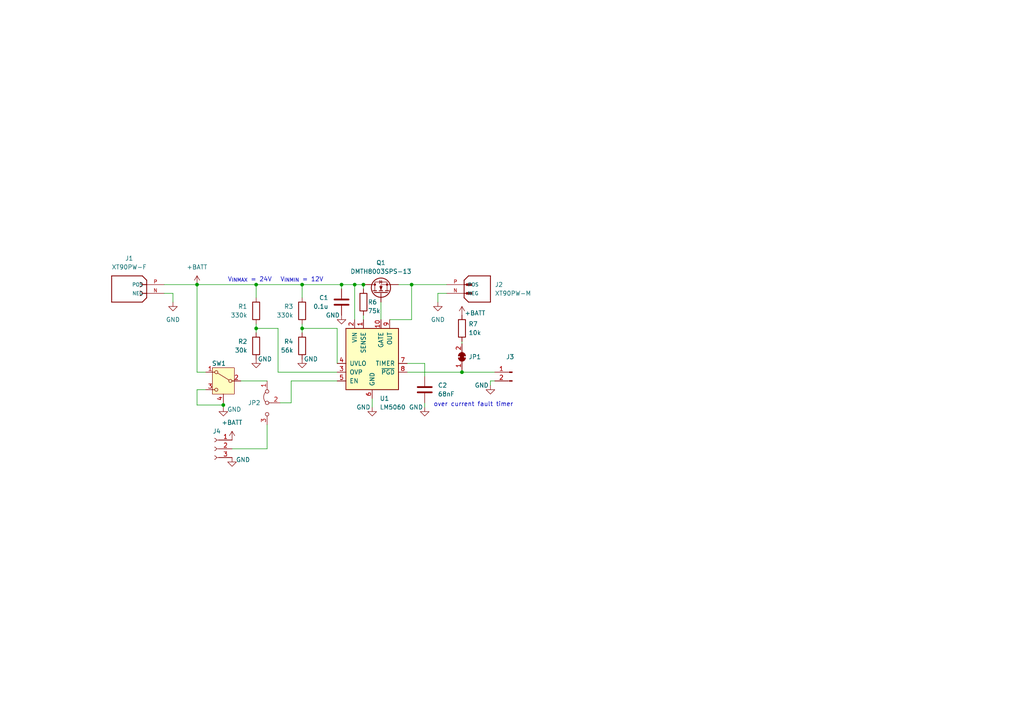
<source format=kicad_sch>
(kicad_sch (version 20230121) (generator eeschema)
  (paper "A4")
  (lib_symbols
    (symbol "Component:DMTH8003SPS-13" (pin_numbers hide) (pin_names hide)
      (property "Reference" "Q" (at 3.81 1.27 0))
      (property "Value" "DMTH8003SPS-13" (at 12.7 -1.27 0))
      (symbol "DMTH8003SPS-13_0_1"
        (polyline (pts (xy -1.016 1.905) (xy -1.016 -1.905)) (stroke (width 0.254)))
        (polyline (pts (xy -0.508 -1.27) (xy -0.508 -2.286)) (stroke (width 0.254)))
        (polyline (pts (xy -0.508 0.508) (xy -0.508 -0.508)) (stroke (width 0.254)))
        (polyline (pts (xy -0.508 2.286) (xy -0.508 1.27)) (stroke (width 0.254)))
        (polyline (pts (xy 1.27 2.54) (xy 1.27 1.778)))
        (polyline (pts (xy 1.27 -2.54) (xy 1.27 0) (xy -0.508 0)))
        (polyline (pts (xy -0.508 -1.778) (xy 2.032 -1.778) (xy 2.032 1.778) (xy -0.508 1.778)))
        (polyline (pts (xy -0.254 0) (xy 0.762 0.381) (xy 0.762 -0.381) (xy -0.254 0)) (fill (type outline)))
        (polyline (pts (xy 1.524 0.508) (xy 1.651 0.381) (xy 2.413 0.381) (xy 2.54 0.254)))
        (polyline (pts (xy 2.032 0.381) (xy 1.651 -0.254) (xy 2.413 -0.254) (xy 2.032 0.381)))
        (circle (center 0.381 0) (radius 2.794) (stroke (width 0.254)))
        (circle (center 1.27 -1.778) (radius 0.254) (fill (type outline)))
        (circle (center 1.27 1.778) (radius 0.254) (fill (type outline)))
      )
      (symbol "DMTH8003SPS-13_1_1"
        (pin passive line (at 1.27 -5.08 90) (length 2.54) (name "S") (number "1"))
        (pin passive line (at 1.27 -5.08 90) (length 2.54) hide (name "S") (number "2"))
        (pin passive line (at 1.27 -5.08 90) (length 2.54) hide (name "S") (number "3"))
        (pin passive line (at -3.81 0 0) (length 2.54) (name "G") (number "4"))
        (pin passive line (at 1.27 5.08 270) (length 2.54) (name "D") (number "5"))
        (pin passive line (at 1.27 5.08 270) (length 2.54) hide (name "D") (number "6"))
        (pin passive line (at 1.27 5.08 270) (length 2.54) hide (name "D") (number "7"))
        (pin passive line (at 1.27 5.08 270) (length 2.54) hide (name "D") (number "8"))
      )
    )
    (symbol "Connector:Conn_01x02_Pin" (pin_names (offset 1.016) hide)
      (property "Reference" "J" (at 0 2.54 0))
      (property "Value" "Conn_01x02_Pin" (at 0 -5.08 0))
      (symbol "Conn_01x02_Pin_1_1"
        (polyline (pts (xy 1.27 -2.54) (xy 0.8636 -2.54)) (stroke (width 0.1524)))
        (polyline (pts (xy 1.27 0) (xy 0.8636 0)) (stroke (width 0.1524)))
        (rectangle (start 0.8636 -2.413) (end 0 -2.667) (stroke (width 0.1524)) (fill (type outline)))
        (rectangle (start 0.8636 0.127) (end 0 -0.127) (stroke (width 0.1524)) (fill (type outline)))
        (pin passive line (at 5.08 0 180) (length 3.81) (name "Pin_1") (number "1"))
        (pin passive line (at 5.08 -2.54 180) (length 3.81) (name "Pin_2") (number "2"))
      )
    )
    (symbol "Connector:Conn_01x03_Socket" (pin_names (offset 1.016) hide)
      (property "Reference" "J" (at 0 5.08 0))
      (property "Value" "Conn_01x03_Socket" (at 0 -5.08 0))
      (symbol "Conn_01x03_Socket_1_1"
        (arc (start 0 -2.032) (mid -0.5058 -2.54) (end 0 -3.048) (stroke (width 0.1524)))
        (polyline (pts (xy -1.27 -2.54) (xy -0.508 -2.54)) (stroke (width 0.1524)))
        (polyline (pts (xy -1.27 0) (xy -0.508 0)) (stroke (width 0.1524)))
        (polyline (pts (xy -1.27 2.54) (xy -0.508 2.54)) (stroke (width 0.1524)))
        (arc (start 0 0.508) (mid -0.5058 0) (end 0 -0.508) (stroke (width 0.1524)))
        (arc (start 0 3.048) (mid -0.5058 2.54) (end 0 2.032) (stroke (width 0.1524)))
        (pin passive line (at -5.08 2.54 0) (length 3.81) (name "Pin_1") (number "1"))
        (pin passive line (at -5.08 0 0) (length 3.81) (name "Pin_2") (number "2"))
        (pin passive line (at -5.08 -2.54 0) (length 3.81) (name "Pin_3") (number "3"))
      )
    )
    (symbol "Device:C" (pin_numbers hide) (pin_names (offset 0.254))
      (property "Reference" "C" (at 0.635 2.54 0))
      (property "Value" "C" (at 0.635 -2.54 0))
      (symbol "C_0_1"
        (polyline (pts (xy -2.032 -0.762) (xy 2.032 -0.762)) (stroke (width 0.508)))
        (polyline (pts (xy -2.032 0.762) (xy 2.032 0.762)) (stroke (width 0.508)))
      )
      (symbol "C_1_1"
        (pin passive line (at 0 3.81 270) (length 2.794) (name "~") (number "1"))
        (pin passive line (at 0 -3.81 90) (length 2.794) (name "~") (number "2"))
      )
    )
    (symbol "Device:R" (pin_numbers hide) (pin_names (offset 0))
      (property "Reference" "R" (at 2.032 0 90))
      (property "Value" "R" (at 0 0 90))
      (symbol "R_0_1"
        (rectangle (start -1.016 -2.54) (end 1.016 2.54) (stroke (width 0.254)))
      )
      (symbol "R_1_1"
        (pin passive line (at 0 3.81 270) (length 1.27) (name "~") (number "1"))
        (pin passive line (at 0 -3.81 90) (length 1.27) (name "~") (number "2"))
      )
    )
    (symbol "Jumper:Jumper_3_Bridged12" (pin_names (offset 0) hide)
      (property "Reference" "JP" (at -2.54 -2.54 0))
      (property "Value" "Jumper_3_Bridged12" (at 0 2.794 0))
      (symbol "Jumper_3_Bridged12_0_0"
        (circle (center -3.302 0) (radius 0.508))
        (circle (center 0 0) (radius 0.508))
        (circle (center 3.302 0) (radius 0.508))
      )
      (symbol "Jumper_3_Bridged12_0_1"
        (arc (start -0.254 0.508) (mid -1.651 0.9912) (end -3.048 0.508))
        (polyline (pts (xy 0 -1.27) (xy 0 -0.508)))
      )
      (symbol "Jumper_3_Bridged12_1_1"
        (pin passive line (at -6.35 0 0) (length 2.54) (name "A") (number "1"))
        (pin passive line (at 0 -3.81 90) (length 2.54) (name "C") (number "2"))
        (pin passive line (at 6.35 0 180) (length 2.54) (name "B") (number "3"))
      )
    )
    (symbol "Jumper:SolderJumper_2_Bridged" (pin_names (offset 0) hide)
      (property "Reference" "JP" (at 0 2.032 0))
      (property "Value" "SolderJumper_2_Bridged" (at 0 -2.54 0))
      (symbol "SolderJumper_2_Bridged_0_1"
        (rectangle (start -0.508 0.508) (end 0.508 -0.508) (fill (type outline)))
        (arc (start -0.254 1.016) (mid -1.2656 0) (end -0.254 -1.016))
        (arc (start -0.254 1.016) (mid -1.2656 0) (end -0.254 -1.016) (fill (type outline)))
        (polyline (pts (xy -0.254 1.016) (xy -0.254 -1.016)))
        (polyline (pts (xy 0.254 1.016) (xy 0.254 -1.016)))
        (arc (start 0.254 -1.016) (mid 1.2656 0) (end 0.254 1.016))
        (arc (start 0.254 -1.016) (mid 1.2656 0) (end 0.254 1.016) (fill (type outline)))
      )
      (symbol "SolderJumper_2_Bridged_1_1"
        (pin passive line (at -3.81 0 0) (length 2.54) (name "A") (number "1"))
        (pin passive line (at 3.81 0 180) (length 2.54) (name "B") (number "2"))
      )
    )
    (symbol "MSK12C02:MSK12C02" (pin_names (offset 0) hide)
      (property "Reference" "SW?" (at -1.27 5.08 0))
      (symbol "MSK12C02_0_1"
        (circle (center -2.032 0) (radius 0.4572))
        (polyline (pts (xy -1.651 0.254) (xy 1.651 2.286)))
        (circle (center 2.032 -2.54) (radius 0.4572))
        (circle (center 2.032 2.54) (radius 0.4572))
      )
      (symbol "MSK12C02_1_1"
        (rectangle (start -3.175 3.81) (end 3.175 -3.81) (fill (type background)))
        (pin passive line (at 5.08 2.54 180) (length 2.54) (name "A") (number "1"))
        (pin passive line (at -5.08 0 0) (length 2.54) (name "B") (number "2"))
        (pin passive line (at 5.08 -2.54 180) (length 2.54) (name "C") (number "3"))
        (pin passive line (at 0 -6.35 90) (length 2.54) (name "") (number "4"))
      )
    )
    (symbol "Power_Management:LM5060" (pin_names (offset 1.016))
      (property "Reference" "U" (at -7.62 -11.43 0))
      (property "Value" "LM5060" (at 1.27 -11.43 0))
      (symbol "LM5060_0_1"
        (rectangle (start 7.62 7.62) (end -7.62 -10.16) (stroke (width 0.254)) (fill (type background)))
      )
      (symbol "LM5060_1_0"
        (pin power_in line (at 0 -12.7 90) (length 2.54) (name "GND") (number "6"))
      )
      (symbol "LM5060_1_1"
        (pin input line (at -2.54 10.16 270) (length 2.54) (name "SENSE") (number "1"))
        (pin output line (at 2.54 10.16 270) (length 2.54) (name "GATE") (number "10"))
        (pin power_in line (at -5.08 10.16 270) (length 2.54) (name "VIN") (number "2"))
        (pin input line (at -10.16 -5.08 0) (length 2.54) (name "OVP") (number "3"))
        (pin input line (at -10.16 -2.54 0) (length 2.54) (name "UVLO") (number "4"))
        (pin input line (at -10.16 -7.62 0) (length 2.54) (name "EN") (number "5"))
        (pin input line (at 10.16 -2.54 180) (length 2.54) (name "TIMER") (number "7"))
        (pin open_collector line (at 10.16 -5.08 180) (length 2.54) (name "~{PGD}") (number "8"))
        (pin input line (at 5.08 10.16 270) (length 2.54) (name "OUT") (number "9"))
      )
    )
    (symbol "XT90PW-F:XT90PW-F" (pin_names (offset 1.016))
      (property "Reference" "J" (at -10.16 3.81 0))
      (property "Value" "XT90PW-F" (at -10.16 -7.62 0))
      (symbol "XT90PW-F_0_0"
        (arc (start -1.905 -3.175) (mid -1.2727 -2.54) (end -1.905 -1.905) (stroke (width 0.254)))
        (arc (start -1.905 -0.635) (mid -1.2727 0) (end -1.905 0.635) (stroke (width 0.254)))
        (polyline (pts (xy -10.16 -5.08) (xy -10.16 2.54)) (stroke (width 0.254)))
        (polyline (pts (xy -10.16 2.54) (xy -1.27 2.54)) (stroke (width 0.254)))
        (polyline (pts (xy -1.27 -5.08) (xy -10.16 -5.08)) (stroke (width 0.254)))
        (polyline (pts (xy 0 -3.81) (xy -1.27 -5.08)) (stroke (width 0.254)))
        (polyline (pts (xy 0 -2.54) (xy -1.27 -2.54)) (stroke (width 0.254)))
        (polyline (pts (xy 0 0) (xy -1.27 0)) (stroke (width 0.254)))
        (polyline (pts (xy 0 0) (xy 0 -3.81)) (stroke (width 0.254)))
        (polyline (pts (xy 0 1.27) (xy -1.27 2.54)) (stroke (width 0.254)))
        (polyline (pts (xy 0 1.27) (xy 0 0)) (stroke (width 0.254)))
        (pin passive line (at 5.08 -2.54 180) (length 5.08) (name "NEG") (number "N"))
        (pin passive line (at 5.08 0 180) (length 5.08) (name "POS") (number "P"))
      )
    )
    (symbol "XT90PW-M:XT90PW-M" (pin_names (offset 1.016))
      (property "Reference" "J" (at 0 3.81 0))
      (property "Value" "XT90PW-M" (at 0 -7.62 0))
      (symbol "XT90PW-M_0_0"
        (polyline (pts (xy 0 -3.81) (xy 1.27 -5.08)) (stroke (width 0.254)))
        (polyline (pts (xy 0 -2.54) (xy 1.905 -2.54)) (stroke (width 0.254)))
        (polyline (pts (xy 0 0) (xy 0 -3.81)) (stroke (width 0.254)))
        (polyline (pts (xy 0 0) (xy 1.905 0)) (stroke (width 0.254)))
        (polyline (pts (xy 0 1.27) (xy 0 0)) (stroke (width 0.254)))
        (polyline (pts (xy 0 1.27) (xy 1.27 2.54)) (stroke (width 0.254)))
        (polyline (pts (xy 1.27 -5.08) (xy 7.62 -5.08)) (stroke (width 0.254)))
        (polyline (pts (xy 7.62 -5.08) (xy 7.62 2.54)) (stroke (width 0.254)))
        (polyline (pts (xy 7.62 2.54) (xy 1.27 2.54)) (stroke (width 0.254)))
        (rectangle (start 0.635 -2.8575) (end 2.2225 -2.2225) (stroke (width 0.1)) (fill (type outline)))
        (rectangle (start 0.635 -0.3175) (end 2.2225 0.3175) (stroke (width 0.1)) (fill (type outline)))
        (pin passive line (at -5.08 -2.54 0) (length 5.08) (name "NEG") (number "N"))
        (pin passive line (at -5.08 0 0) (length 5.08) (name "POS") (number "P"))
      )
    )
    (symbol "power:+BATT" (power) (pin_names (offset 0))
      (property "Value" "+BATT" (at 0 3.556 0))
      (symbol "+BATT_0_1"
        (polyline (pts (xy -0.762 1.27) (xy 0 2.54)))
        (polyline (pts (xy 0 0) (xy 0 2.54)))
        (polyline (pts (xy 0 2.54) (xy 0.762 1.27)))
      )
      (symbol "+BATT_1_1"
        (pin power_in line (at 0 0 90) (length 0) hide (name "+BATT") (number "1"))
      )
    )
    (symbol "power:GND" (power) (pin_names (offset 0))
      (property "Value" "GND" (at 0 -3.81 0))
      (symbol "GND_0_1"
        (polyline (pts (xy 0 0) (xy 0 -1.27) (xy 1.27 -1.27) (xy 0 -2.54) (xy -1.27 -1.27) (xy 0 -1.27)))
      )
      (symbol "GND_1_1"
        (pin power_in line (at 0 0 270) (length 0) hide (name "GND") (number "1"))
      )
    )
  )
  (junction (at 57.15 82.55))
  (junction (at 74.295 95.25))
  (junction (at 74.295 82.55))
  (junction (at 87.63 82.55))
  (junction (at 105.41 82.55))
  (junction (at 102.87 82.55))
  (junction (at 133.985 107.95))
  (junction (at 87.63 95.25))
  (junction (at 99.06 82.55))
  (junction (at 64.77 117.475))
  (junction (at 119.38 82.55))
  (wire (pts (xy 119.38 82.55) (xy 115.57 82.55)))
  (wire (pts (xy 119.38 92.71) (xy 119.38 82.55)))
  (wire (pts (xy 57.15 117.475) (xy 64.77 117.475)))
  (wire (pts (xy 99.06 82.55) (xy 102.87 82.55)))
  (wire (pts (xy 87.63 82.55) (xy 87.63 86.36)))
  (wire (pts (xy 97.79 107.95) (xy 80.645 107.95)))
  (wire (pts (xy 105.41 82.55) (xy 105.41 83.82)))
  (wire (pts (xy 84.455 116.84) (xy 84.455 110.49)))
  (wire (pts (xy 97.79 105.41) (xy 97.79 95.25)))
  (wire (pts (xy 59.69 107.95) (xy 57.15 107.95)))
  (wire (pts (xy 107.95 115.57) (xy 107.95 118.11)))
  (wire (pts (xy 74.295 82.55) (xy 87.63 82.55)))
  (wire (pts (xy 129.54 85.09) (xy 127 85.09)))
  (wire (pts (xy 119.38 82.55) (xy 129.54 82.55)))
  (wire (pts (xy 81.28 116.84) (xy 84.455 116.84)))
  (wire (pts (xy 110.49 87.63) (xy 110.49 92.71)))
  (wire (pts (xy 133.985 99.695) (xy 133.985 99.06)))
  (wire (pts (xy 69.85 110.49) (xy 77.47 110.49)))
  (wire (pts (xy 123.19 105.41) (xy 123.19 109.22)))
  (wire (pts (xy 80.645 107.95) (xy 80.645 95.25)))
  (wire (pts (xy 127 85.09) (xy 127 87.63)))
  (wire (pts (xy 57.15 113.03) (xy 57.15 117.475)))
  (wire (pts (xy 105.41 91.44) (xy 105.41 92.71)))
  (wire (pts (xy 123.19 116.84) (xy 123.19 118.11)))
  (wire (pts (xy 118.11 107.95) (xy 133.985 107.95)))
  (wire (pts (xy 97.79 95.25) (xy 87.63 95.25)))
  (wire (pts (xy 59.69 113.03) (xy 57.15 113.03)))
  (wire (pts (xy 142.24 111.76) (xy 142.24 110.49)))
  (wire (pts (xy 87.63 95.25) (xy 87.63 96.52)))
  (wire (pts (xy 57.15 82.55) (xy 74.295 82.55)))
  (wire (pts (xy 74.295 95.25) (xy 74.295 96.52)))
  (wire (pts (xy 133.985 107.95) (xy 143.51 107.95)))
  (wire (pts (xy 142.24 110.49) (xy 143.51 110.49)))
  (wire (pts (xy 84.455 110.49) (xy 97.79 110.49)))
  (wire (pts (xy 133.985 107.315) (xy 133.985 107.95)))
  (wire (pts (xy 80.645 95.25) (xy 74.295 95.25)))
  (wire (pts (xy 74.295 82.55) (xy 74.295 86.36)))
  (wire (pts (xy 50.165 85.09) (xy 50.165 87.63)))
  (wire (pts (xy 87.63 93.98) (xy 87.63 95.25)))
  (wire (pts (xy 47.625 85.09) (xy 50.165 85.09)))
  (wire (pts (xy 87.63 82.55) (xy 99.06 82.55)))
  (wire (pts (xy 102.87 82.55) (xy 102.87 92.71)))
  (wire (pts (xy 74.295 93.98) (xy 74.295 95.25)))
  (wire (pts (xy 113.03 92.71) (xy 119.38 92.71)))
  (wire (pts (xy 102.87 82.55) (xy 105.41 82.55)))
  (wire (pts (xy 64.77 117.475) (xy 64.77 118.11)))
  (wire (pts (xy 77.47 130.175) (xy 77.47 123.19)))
  (wire (pts (xy 118.11 105.41) (xy 123.19 105.41)))
  (wire (pts (xy 47.625 82.55) (xy 57.15 82.55)))
  (wire (pts (xy 67.31 130.175) (xy 77.47 130.175)))
  (wire (pts (xy 99.06 82.55) (xy 99.06 83.82)))
  (wire (pts (xy 64.77 116.84) (xy 64.77 117.475)))
  (wire (pts (xy 57.15 107.95) (xy 57.15 82.55)))
  (text "over current fault timer" (at 125.73 118.11 0) (effects (font (size 1.27 1.27)) (justify left bottom)))
  (text "V_{INMAX} = 24V" (at 66.04 81.915 0) (effects (font (size 1.27 1.27)) (justify left bottom)))
  (text "V_{INMIN} = 12V" (at 81.28 81.915 0) (effects (font (size 1.27 1.27)) (justify left bottom)))
  (symbol (lib_id "Jumper:SolderJumper_2_Bridged") (at 133.985 103.505 90) (unit 1)
    (property "Reference" "JP1" (at 135.89 103.505 90) (effects (justify right)))
    (property "Value" "SolderJumper_2_Bridged" (effects hide))
    (property "Footprint" "Jumper:SolderJumper-2_P1.3mm_Bridged_RoundedPad1.0x1.5mm" (effects hide))
  )
  (symbol (lib_id "power:GND") (at 67.31 132.715 0) (unit 1)
    (property "Reference" "#PWR013" (effects hide))
    (property "Value" "GND" (at 70.485 133.35 0))
  )
  (symbol (lib_id "Device:C") (at 123.19 113.03 0) (unit 1)
    (property "Reference" "C2" (at 127 111.76 0) (effects (justify left)))
    (property "Value" "68nF" (at 127 114.3 0) (effects (justify left)))
    (property "Footprint" "Capacitor_SMD:C_0805_2012Metric" (effects hide))
  )
  (symbol (lib_id "Jumper:Jumper_3_Bridged12") (at 77.47 116.84 90) (mirror x) (unit 1)
    (property "Reference" "JP2" (at 75.565 116.84 90) (effects (justify left)))
    (property "Value" "Jumper_3_Bridged12" (effects hide))
    (property "Footprint" "Jumper:SolderJumper-3_P1.3mm_Bridged12_RoundedPad1.0x1.5mm" (effects hide))
  )
  (symbol (lib_id "power:GND") (at 123.19 118.11 0) (unit 1)
    (property "Reference" "#PWR06" (effects hide))
    (property "Value" "GND" (at 120.65 118.11 0))
  )
  (symbol (lib_id "power:GND") (at 64.77 118.11 0) (unit 1)
    (property "Reference" "#PWR03" (effects hide))
    (property "Value" "GND" (at 67.945 118.745 0))
  )
  (symbol (lib_id "power:GND") (at 74.295 104.14 0) (unit 1)
    (property "Reference" "#PWR08" (effects hide))
    (property "Value" "GND" (at 76.835 104.14 0))
  )
  (symbol (lib_id "Connector:Conn_01x02_Pin") (at 148.59 107.95 0) (mirror y) (unit 1)
    (property "Reference" "J3" (at 147.955 103.505 0))
    (property "Value" "Conn_01x02_Pin" (effects hide))
    (property "Footprint" "Connector_PinHeader_2.00mm:PinHeader_1x02_P2.00mm_Vertical" (effects hide))
  )
  (symbol (lib_id "MSK12C02:MSK12C02") (at 64.77 110.49 0) (mirror y) (unit 1)
    (property "Reference" "SW1" (at 63.5 105.41 0))
    (property "Value" "MSK12C02" (effects hide))
    (property "Footprint" "LIB_MSK12C02:MSK12C02" (effects hide))
  )
  (symbol (lib_id "Device:R") (at 87.63 90.17 0) (mirror y) (unit 1)
    (property "Reference" "R3" (at 85.09 88.9 0) (effects (justify left)))
    (property "Value" "330k" (at 85.09 91.44 0) (effects (justify left)))
    (property "Footprint" "Resistor_SMD:R_0805_2012Metric" (effects hide))
  )
  (symbol (lib_id "Device:R") (at 87.63 100.33 0) (mirror y) (unit 1)
    (property "Reference" "R4" (at 85.09 99.06 0) (effects (justify left)))
    (property "Value" "56k" (at 85.09 101.6 0) (effects (justify left)))
    (property "Footprint" "Resistor_SMD:R_0805_2012Metric" (effects hide))
  )
  (symbol (lib_id "power:+BATT") (at 133.985 91.44 0) (unit 1)
    (property "Reference" "#PWR010" (effects hide))
    (property "Value" "+BATT" (at 137.795 90.805 0))
  )
  (symbol (lib_id "power:GND") (at 87.63 104.14 0) (unit 1)
    (property "Reference" "#PWR01" (effects hide))
    (property "Value" "GND" (at 90.17 104.14 0))
  )
  (symbol (lib_id "Component:DMTH8003SPS-13") (at 110.49 83.82 90) (unit 1)
    (property "Reference" "Q1" (at 110.49 76.2 90))
    (property "Value" "DMTH8003SPS-13" (at 110.49 78.74 90))
    (property "Footprint" "Components:PowerDI5060-8 (Type K)" (effects hide))
  )
  (symbol (lib_id "XT90PW-F:XT90PW-F") (at 42.545 82.55 0) (unit 1)
    (property "Reference" "J1" (at 37.465 74.93 0))
    (property "Value" "XT90PW-F" (at 37.465 77.47 0))
    (property "Footprint" "XT90PW-F:AMASS_XT90PW-F" (effects hide))
    (property "MF" "AMASS" (effects hide))
    (property "MAXIMUM_PACKAGE_HEIGHT" "10.3 mm" (effects hide))
    (property "Package" "Package" (effects hide))
    (property "Price" "None" (effects hide))
    (property "Check_prices" "https://www.snapeda.com/parts/XT90PW-F/AMASS/view-part/?ref=eda" (effects hide))
    (property "STANDARD" "Manufacturer Recommendations" (effects hide))
    (property "PARTREV" "V00" (effects hide))
    (property "SnapEDA_Link" "https://www.snapeda.com/parts/XT90PW-F/AMASS/view-part/?ref=snap" (effects hide))
    (property "MP" "XT90PW-F" (effects hide))
    (property "Description" "\nSocket, DC supply, XT90, female, PIN:2, on PCBs, THT\n" (effects hide))
    (property "Availability" "Not in stock" (effects hide))
    (property "MANUFACTURER" "AMASS" (effects hide))
  )
  (symbol (lib_id "power:+BATT") (at 57.15 82.55 0) (unit 1)
    (property "Reference" "#PWR09" (effects hide))
    (property "Value" "+BATT" (at 57.15 77.47 0))
  )
  (symbol (lib_id "XT90PW-M:XT90PW-M") (at 134.62 82.55 0) (unit 1)
    (property "Reference" "J2" (at 143.51 82.55 0) (effects (justify left)))
    (property "Value" "XT90PW-M" (at 143.51 85.09 0) (effects (justify left)))
    (property "Footprint" "XT90PW-M:AMASS_XT90PW-M" (effects hide))
    (property "MF" "AMASS" (effects hide))
    (property "Description" "\nSocket; DC supply; XT90; male; PIN: 2; on PCBs; THT; Colour: yellow\n" (effects hide))
    (property "Package" "Package" (effects hide))
    (property "Price" "None" (effects hide))
    (property "Check_prices" "https://www.snapeda.com/parts/XT90PW-M/AMASS/view-part/?ref=eda" (effects hide))
    (property "MAXIMUM_PACKAGE_HIEGHT" "10.3mm" (effects hide))
    (property "STANDARD" "Manufacturer Recommendations" (effects hide))
    (property "PARTREV" "V00" (effects hide))
    (property "SnapEDA_Link" "https://www.snapeda.com/parts/XT90PW-M/AMASS/view-part/?ref=snap" (effects hide))
    (property "MP" "XT90PW-M" (effects hide))
    (property "Availability" "Not in stock" (effects hide))
    (property "MANUFACTURER" "AMASS" (effects hide))
  )
  (symbol (lib_id "Device:R") (at 74.295 100.33 0) (mirror y) (unit 1)
    (property "Reference" "R2" (at 71.755 99.06 0) (effects (justify left)))
    (property "Value" "30k" (at 71.755 101.6 0) (effects (justify left)))
    (property "Footprint" "Resistor_SMD:R_0805_2012Metric" (effects hide))
  )
  (symbol (lib_id "Device:R") (at 74.295 90.17 0) (mirror y) (unit 1)
    (property "Reference" "R1" (at 71.755 88.9 0) (effects (justify left)))
    (property "Value" "330k" (at 71.755 91.44 0) (effects (justify left)))
    (property "Footprint" "Resistor_SMD:R_0805_2012Metric" (effects hide))
  )
  (symbol (lib_id "Device:R") (at 133.985 95.25 0) (unit 1)
    (property "Reference" "R7" (at 135.89 93.98 0) (effects (justify left)))
    (property "Value" "10k" (at 135.89 96.52 0) (effects (justify left)))
    (property "Footprint" "Resistor_SMD:R_0805_2012Metric" (effects hide))
  )
  (symbol (lib_id "power:GND") (at 127 87.63 0) (unit 1)
    (property "Reference" "#PWR07" (effects hide))
    (property "Value" "GND" (at 127 92.71 0))
  )
  (symbol (lib_id "power:+BATT") (at 67.31 127.635 0) (unit 1)
    (property "Reference" "#PWR012" (effects hide))
    (property "Value" "+BATT" (at 67.31 122.555 0))
  )
  (symbol (lib_id "power:GND") (at 50.165 87.63 0) (unit 1)
    (property "Reference" "#PWR02" (effects hide))
    (property "Value" "GND" (at 50.165 92.71 0))
  )
  (symbol (lib_id "Device:C") (at 99.06 87.63 0) (mirror y) (unit 1)
    (property "Reference" "C1" (at 95.25 86.36 0) (effects (justify left)))
    (property "Value" "0.1u" (at 95.25 88.9 0) (effects (justify left)))
    (property "Footprint" "Capacitor_SMD:C_0805_2012Metric" (effects hide))
  )
  (symbol (lib_id "Connector:Conn_01x03_Socket") (at 62.23 130.175 0) (mirror y) (unit 1)
    (property "Reference" "J4" (at 62.865 125.095 0))
    (property "Value" "Conn_01x03_Socket" (effects hide))
    (property "Footprint" "Connector_PinSocket_2.00mm:PinSocket_1x03_P2.00mm_Vertical" (effects hide))
  )
  (symbol (lib_id "Device:R") (at 105.41 87.63 0) (unit 1)
    (property "Reference" "R6" (at 106.68 87.63 0) (effects (justify left)))
    (property "Value" "75k" (at 106.68 90.17 0) (effects (justify left)))
    (property "Footprint" "Resistor_SMD:R_0805_2012Metric" (effects hide))
  )
  (symbol (lib_id "power:GND") (at 107.95 118.11 0) (unit 1)
    (property "Reference" "#PWR05" (effects hide))
    (property "Value" "GND" (at 105.41 118.11 0))
  )
  (symbol (lib_id "power:GND") (at 99.06 91.44 0) (unit 1)
    (property "Reference" "#PWR04" (effects hide))
    (property "Value" "GND" (at 96.52 91.44 0))
  )
  (symbol (lib_id "power:GND") (at 142.24 111.76 0) (unit 1)
    (property "Reference" "#PWR011" (effects hide))
    (property "Value" "GND" (at 139.7 111.76 0))
  )
  (symbol (lib_id "Power_Management:LM5060") (at 107.95 102.87 0) (unit 1)
    (property "Reference" "U1" (at 110.1441 115.57 0) (effects (justify left)))
    (property "Value" "LM5060" (at 110.1441 118.11 0) (effects (justify left)))
    (property "Footprint" "Package_SO:MSOP-10_3x3mm_P0.5mm" (effects hide))
    (property "Datasheet" "http://www.ti.com/lit/ds/symlink/lm5060.pdf" (effects hide))
  )
)
</source>
